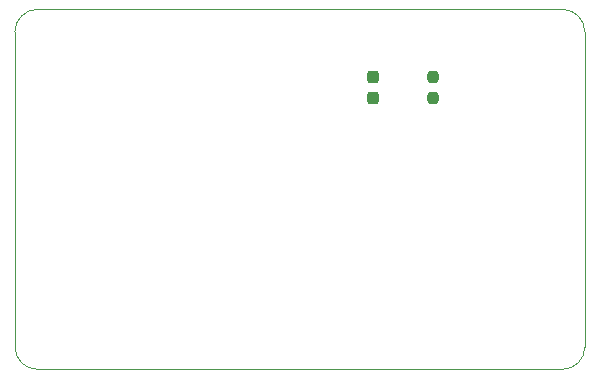
<source format=gbp>
G04 #@! TF.GenerationSoftware,KiCad,Pcbnew,7.0.10-7.0.10~ubuntu22.04.1*
G04 #@! TF.CreationDate,2025-03-20T21:46:33+01:00*
G04 #@! TF.ProjectId,jlink-tagConnect-adapter-v4,6a6c696e-6b2d-4746-9167-436f6e6e6563,rev?*
G04 #@! TF.SameCoordinates,Original*
G04 #@! TF.FileFunction,Paste,Bot*
G04 #@! TF.FilePolarity,Positive*
%FSLAX46Y46*%
G04 Gerber Fmt 4.6, Leading zero omitted, Abs format (unit mm)*
G04 Created by KiCad (PCBNEW 7.0.10-7.0.10~ubuntu22.04.1) date 2025-03-20 21:46:33*
%MOMM*%
%LPD*%
G01*
G04 APERTURE LIST*
G04 Aperture macros list*
%AMRoundRect*
0 Rectangle with rounded corners*
0 $1 Rounding radius*
0 $2 $3 $4 $5 $6 $7 $8 $9 X,Y pos of 4 corners*
0 Add a 4 corners polygon primitive as box body*
4,1,4,$2,$3,$4,$5,$6,$7,$8,$9,$2,$3,0*
0 Add four circle primitives for the rounded corners*
1,1,$1+$1,$2,$3*
1,1,$1+$1,$4,$5*
1,1,$1+$1,$6,$7*
1,1,$1+$1,$8,$9*
0 Add four rect primitives between the rounded corners*
20,1,$1+$1,$2,$3,$4,$5,0*
20,1,$1+$1,$4,$5,$6,$7,0*
20,1,$1+$1,$6,$7,$8,$9,0*
20,1,$1+$1,$8,$9,$2,$3,0*%
G04 Aperture macros list end*
%ADD10RoundRect,0.237500X0.237500X-0.250000X0.237500X0.250000X-0.237500X0.250000X-0.237500X-0.250000X0*%
%ADD11RoundRect,0.237500X0.237500X-0.300000X0.237500X0.300000X-0.237500X0.300000X-0.237500X-0.300000X0*%
G04 #@! TA.AperFunction,Profile*
%ADD12C,0.101600*%
G04 #@! TD*
G04 APERTURE END LIST*
D10*
X124968000Y-98956500D03*
X124968000Y-97131500D03*
D11*
X119888000Y-98906500D03*
X119888000Y-97181500D03*
D12*
X137795000Y-93345000D02*
G75*
G03*
X135890000Y-91440000I-1905000J0D01*
G01*
X137795000Y-120015000D02*
X137795000Y-93345000D01*
X89535000Y-120015000D02*
G75*
G03*
X91440000Y-121920000I1905000J0D01*
G01*
X91440000Y-121920000D02*
X135890000Y-121920000D01*
X135890000Y-121920000D02*
G75*
G03*
X137795000Y-120015000I0J1905000D01*
G01*
X135890000Y-91440000D02*
X91440000Y-91440000D01*
X91440000Y-91440000D02*
G75*
G03*
X89535000Y-93345000I0J-1905000D01*
G01*
X89535000Y-93345000D02*
X89535000Y-120015000D01*
M02*

</source>
